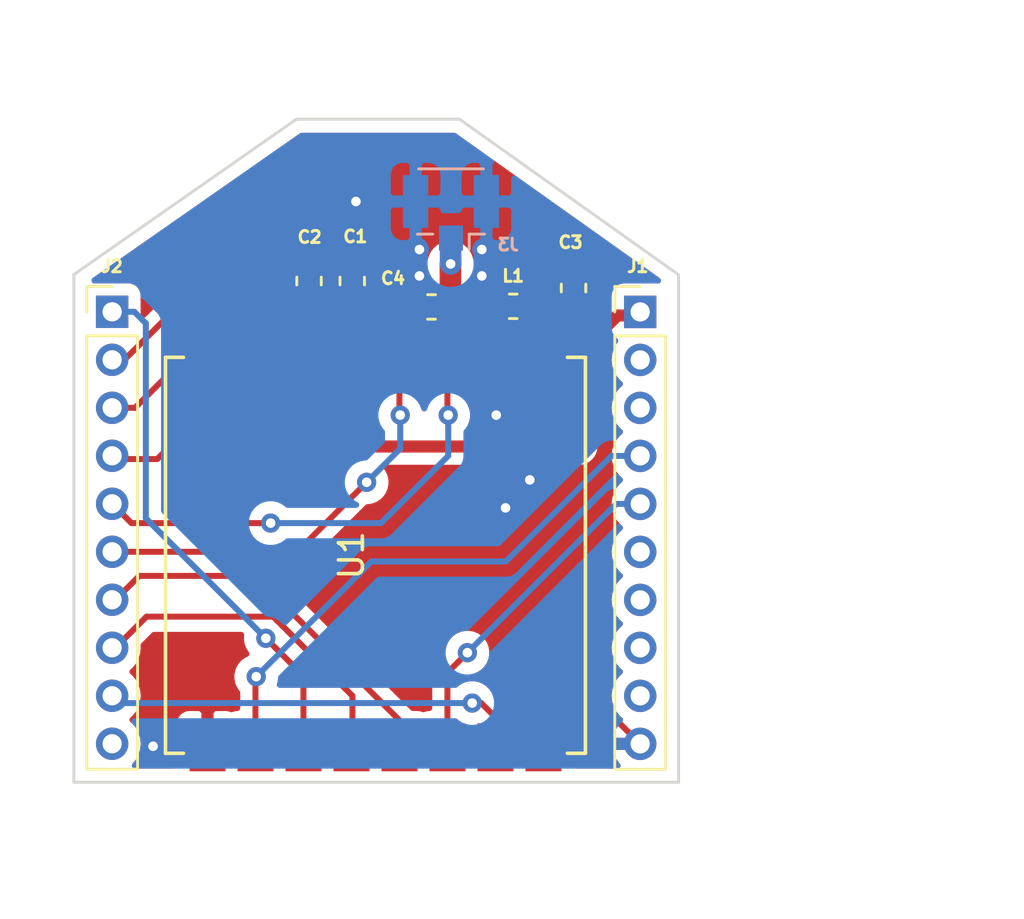
<source format=kicad_pcb>
(kicad_pcb (version 20171130) (host pcbnew 5.1.1-8be2ce7~80~ubuntu18.04.1)

  (general
    (thickness 1.6)
    (drawings 11)
    (tracks 111)
    (zones 0)
    (modules 9)
    (nets 23)
  )

  (page A4)
  (layers
    (0 F.Cu signal)
    (31 B.Cu signal)
    (32 B.Adhes user)
    (33 F.Adhes user)
    (34 B.Paste user)
    (35 F.Paste user)
    (36 B.SilkS user)
    (37 F.SilkS user)
    (38 B.Mask user)
    (39 F.Mask user)
    (40 Dwgs.User user)
    (41 Cmts.User user)
    (42 Eco1.User user)
    (43 Eco2.User user)
    (44 Edge.Cuts user)
    (45 Margin user)
    (46 B.CrtYd user)
    (47 F.CrtYd user)
    (48 B.Fab user)
    (49 F.Fab user)
  )

  (setup
    (last_trace_width 0.25)
    (user_trace_width 0.508)
    (user_trace_width 0.9)
    (trace_clearance 0.2)
    (zone_clearance 0.508)
    (zone_45_only no)
    (trace_min 0.2)
    (via_size 0.8)
    (via_drill 0.4)
    (via_min_size 0.4)
    (via_min_drill 0.3)
    (uvia_size 0.3)
    (uvia_drill 0.1)
    (uvias_allowed no)
    (uvia_min_size 0.2)
    (uvia_min_drill 0.1)
    (edge_width 0.12)
    (segment_width 0.12)
    (pcb_text_width 0.3)
    (pcb_text_size 1.5 1.5)
    (mod_edge_width 0.12)
    (mod_text_size 1 1)
    (mod_text_width 0.15)
    (pad_size 1.524 1.524)
    (pad_drill 0.762)
    (pad_to_mask_clearance 0.051)
    (solder_mask_min_width 0.25)
    (aux_axis_origin 0 0)
    (visible_elements FFFFFF7F)
    (pcbplotparams
      (layerselection 0x010fc_ffffffff)
      (usegerberextensions false)
      (usegerberattributes false)
      (usegerberadvancedattributes false)
      (creategerberjobfile false)
      (excludeedgelayer true)
      (linewidth 0.100000)
      (plotframeref false)
      (viasonmask false)
      (mode 1)
      (useauxorigin false)
      (hpglpennumber 1)
      (hpglpenspeed 20)
      (hpglpendiameter 15.000000)
      (psnegative false)
      (psa4output false)
      (plotreference true)
      (plotvalue true)
      (plotinvisibletext false)
      (padsonsilk false)
      (subtractmaskfromsilk false)
      (outputformat 1)
      (mirror false)
      (drillshape 1)
      (scaleselection 1)
      (outputdirectory ""))
  )

  (net 0 "")
  (net 1 GND)
  (net 2 +3V3)
  (net 3 "Net-(C3-Pad1)")
  (net 4 "Net-(C4-Pad1)")
  (net 5 "Net-(J1-Pad9)")
  (net 6 "Net-(J1-Pad8)")
  (net 7 "Net-(J1-Pad7)")
  (net 8 "Net-(J1-Pad6)")
  (net 9 /RESET)
  (net 10 /D08)
  (net 11 "Net-(J1-Pad3)")
  (net 12 "Net-(J1-Pad2)")
  (net 13 "Net-(J2-Pad10)")
  (net 14 /ADI-DI0I)
  (net 15 /AD2-DI02)
  (net 16 /AD3-DI03)
  (net 17 /AD6-DI06)
  (net 18 /AD5-DI05)
  (net 19 /Vref)
  (net 20 /ON-Sleep)
  (net 21 /D07-CTS)
  (net 22 /D104)

  (net_class Default "This is the default net class."
    (clearance 0.2)
    (trace_width 0.25)
    (via_dia 0.8)
    (via_drill 0.4)
    (uvia_dia 0.3)
    (uvia_drill 0.1)
    (add_net +3V3)
    (add_net /AD2-DI02)
    (add_net /AD3-DI03)
    (add_net /AD5-DI05)
    (add_net /AD6-DI06)
    (add_net /ADI-DI0I)
    (add_net /D07-CTS)
    (add_net /D08)
    (add_net /D104)
    (add_net /ON-Sleep)
    (add_net /RESET)
    (add_net /Vref)
    (add_net GND)
    (add_net "Net-(C3-Pad1)")
    (add_net "Net-(C4-Pad1)")
    (add_net "Net-(J1-Pad2)")
    (add_net "Net-(J1-Pad3)")
    (add_net "Net-(J1-Pad6)")
    (add_net "Net-(J1-Pad7)")
    (add_net "Net-(J1-Pad8)")
    (add_net "Net-(J1-Pad9)")
    (add_net "Net-(J2-Pad10)")
  )

  (module Capacitor_SMD:C_0603_1608Metric (layer F.Cu) (tedit 5B301BBE) (tstamp 5CE728AE)
    (at 119.2 92.1125 90)
    (descr "Capacitor SMD 0603 (1608 Metric), square (rectangular) end terminal, IPC_7351 nominal, (Body size source: http://www.tortai-tech.com/upload/download/2011102023233369053.pdf), generated with kicad-footprint-generator")
    (tags capacitor)
    (path /5CE68235)
    (attr smd)
    (fp_text reference C1 (at 1.8559 0.1282 180) (layer F.SilkS)
      (effects (font (size 0.5 0.5) (thickness 0.125)))
    )
    (fp_text value 10uF (at 0 1.43 90) (layer F.Fab)
      (effects (font (size 1 1) (thickness 0.15)))
    )
    (fp_text user %R (at 0 0 90) (layer F.Fab)
      (effects (font (size 0.4 0.4) (thickness 0.06)))
    )
    (fp_line (start 1.48 0.73) (end -1.48 0.73) (layer F.CrtYd) (width 0.05))
    (fp_line (start 1.48 -0.73) (end 1.48 0.73) (layer F.CrtYd) (width 0.05))
    (fp_line (start -1.48 -0.73) (end 1.48 -0.73) (layer F.CrtYd) (width 0.05))
    (fp_line (start -1.48 0.73) (end -1.48 -0.73) (layer F.CrtYd) (width 0.05))
    (fp_line (start -0.162779 0.51) (end 0.162779 0.51) (layer F.SilkS) (width 0.12))
    (fp_line (start -0.162779 -0.51) (end 0.162779 -0.51) (layer F.SilkS) (width 0.12))
    (fp_line (start 0.8 0.4) (end -0.8 0.4) (layer F.Fab) (width 0.1))
    (fp_line (start 0.8 -0.4) (end 0.8 0.4) (layer F.Fab) (width 0.1))
    (fp_line (start -0.8 -0.4) (end 0.8 -0.4) (layer F.Fab) (width 0.1))
    (fp_line (start -0.8 0.4) (end -0.8 -0.4) (layer F.Fab) (width 0.1))
    (pad 2 smd roundrect (at 0.7875 0 90) (size 0.875 0.95) (layers F.Cu F.Paste F.Mask) (roundrect_rratio 0.25)
      (net 1 GND))
    (pad 1 smd roundrect (at -0.7875 0 90) (size 0.875 0.95) (layers F.Cu F.Paste F.Mask) (roundrect_rratio 0.25)
      (net 2 +3V3))
    (model ${KISYS3DMOD}/Capacitor_SMD.3dshapes/C_0603_1608Metric.wrl
      (at (xyz 0 0 0))
      (scale (xyz 1 1 1))
      (rotate (xyz 0 0 0))
    )
  )

  (module RF_Module:Ai-Thinker-Ra-01-LoRa (layer F.Cu) (tedit 5A57D4D7) (tstamp 5CE7297E)
    (at 120.1674 103.5431 90)
    (descr "Ai Thinker Ra-01 LoRa")
    (tags "LoRa Ra-01")
    (path /5CE67043)
    (attr smd)
    (fp_text reference U1 (at 0 -1 90) (layer F.SilkS)
      (effects (font (size 1 1) (thickness 0.15)))
    )
    (fp_text value RFM95W-915S2 (at -0.6223 14.0208 90) (layer F.Fab)
      (effects (font (size 1 1) (thickness 0.15)))
    )
    (fp_line (start -9.25 -9) (end 9.25 -9) (layer F.CrtYd) (width 0.05))
    (fp_line (start 9.25 -9) (end 9.25 9) (layer F.CrtYd) (width 0.05))
    (fp_line (start 9.25 9) (end -9.25 9) (layer F.CrtYd) (width 0.05))
    (fp_line (start -9.25 9) (end -9.25 -9) (layer F.CrtYd) (width 0.05))
    (fp_text user %R (at 0 1 90) (layer F.Fab)
      (effects (font (size 1 1) (thickness 0.15)))
    )
    (fp_line (start -8.25 8) (end -8.25 8.75) (layer F.SilkS) (width 0.15))
    (fp_line (start -8.25 8.75) (end 8.25 8.75) (layer F.SilkS) (width 0.15))
    (fp_line (start 8.25 8.75) (end 8.25 8) (layer F.SilkS) (width 0.15))
    (fp_line (start -8.25 -8) (end -8.25 -8.75) (layer F.SilkS) (width 0.15))
    (fp_line (start -8.25 -8.75) (end 8.25 -8.75) (layer F.SilkS) (width 0.15))
    (fp_line (start 8.25 -8.75) (end 8.25 -8) (layer F.SilkS) (width 0.15))
    (fp_line (start -8 -8.5) (end 8 -8.5) (layer F.Fab) (width 0.15))
    (fp_line (start 8 -8.5) (end 8 8.5) (layer F.Fab) (width 0.15))
    (fp_line (start 8 8.5) (end -8 8.5) (layer F.Fab) (width 0.15))
    (fp_line (start -8 8.5) (end -8 -8.5) (layer F.Fab) (width 0.15))
    (pad 1 smd rect (at -8 -7 90) (size 2 1.5) (layers F.Cu F.Paste F.Mask)
      (net 1 GND))
    (pad 2 smd rect (at -8 -5 90) (size 2 1.5) (layers F.Cu F.Paste F.Mask)
      (net 10 /D08))
    (pad 3 smd rect (at -8 -3 90) (size 2 1.5) (layers F.Cu F.Paste F.Mask)
      (net 22 /D104))
    (pad 4 smd rect (at -8 -1 90) (size 2 1.5) (layers F.Cu F.Paste F.Mask)
      (net 15 /AD2-DI02))
    (pad 5 smd rect (at -8 1 90) (size 2 1.5) (layers F.Cu F.Paste F.Mask)
      (net 16 /AD3-DI03))
    (pad 6 smd rect (at -8 3 90) (size 2 1.5) (layers F.Cu F.Paste F.Mask)
      (net 9 /RESET))
    (pad 7 smd rect (at -8 5 90) (size 2 1.5) (layers F.Cu F.Paste F.Mask)
      (net 14 /ADI-DI0I))
    (pad 8 smd rect (at -8 7 90) (size 2 1.5) (layers F.Cu F.Paste F.Mask)
      (net 1 GND))
    (pad 9 smd rect (at 8 7 90) (size 2 1.5) (layers F.Cu F.Paste F.Mask)
      (net 3 "Net-(C3-Pad1)"))
    (pad 10 smd rect (at 8 5 90) (size 2 1.5) (layers F.Cu F.Paste F.Mask)
      (net 1 GND))
    (pad 11 smd rect (at 8 3 90) (size 2 1.5) (layers F.Cu F.Paste F.Mask)
      (net 18 /AD5-DI05))
    (pad 12 smd rect (at 8 1 90) (size 2 1.5) (layers F.Cu F.Paste F.Mask)
      (net 17 /AD6-DI06))
    (pad 13 smd rect (at 8 -1 90) (size 2 1.5) (layers F.Cu F.Paste F.Mask)
      (net 2 +3V3))
    (pad 14 smd rect (at 8 -3 90) (size 2 1.5) (layers F.Cu F.Paste F.Mask)
      (net 21 /D07-CTS))
    (pad 15 smd rect (at 8 -5 90) (size 2 1.5) (layers F.Cu F.Paste F.Mask)
      (net 20 /ON-Sleep))
    (pad 16 smd rect (at 8 -7 90) (size 2 1.5) (layers F.Cu F.Paste F.Mask)
      (net 19 /Vref))
    (model ${KISYS3DMOD}/RF_Module.3dshapes/Ai-Thinker-Ra-01-LoRa.wrl
      (at (xyz 0 0 0))
      (scale (xyz 1 1 1))
      (rotate (xyz 0 0 0))
    )
  )

  (module Inductor_SMD:L_0603_1608Metric (layer F.Cu) (tedit 5B301BBE) (tstamp 5CE7295B)
    (at 125.9079 93.1672 180)
    (descr "Inductor SMD 0603 (1608 Metric), square (rectangular) end terminal, IPC_7351 nominal, (Body size source: http://www.tortai-tech.com/upload/download/2011102023233369053.pdf), generated with kicad-footprint-generator")
    (tags inductor)
    (path /5CE6A49B)
    (attr smd)
    (fp_text reference L1 (at 0 1.2672) (layer F.SilkS)
      (effects (font (size 0.5 0.5) (thickness 0.125)))
    )
    (fp_text value OR (at 0 1.43) (layer F.Fab)
      (effects (font (size 1 1) (thickness 0.15)))
    )
    (fp_text user %R (at 0 0) (layer F.Fab)
      (effects (font (size 0.4 0.4) (thickness 0.06)))
    )
    (fp_line (start 1.48 0.73) (end -1.48 0.73) (layer F.CrtYd) (width 0.05))
    (fp_line (start 1.48 -0.73) (end 1.48 0.73) (layer F.CrtYd) (width 0.05))
    (fp_line (start -1.48 -0.73) (end 1.48 -0.73) (layer F.CrtYd) (width 0.05))
    (fp_line (start -1.48 0.73) (end -1.48 -0.73) (layer F.CrtYd) (width 0.05))
    (fp_line (start -0.162779 0.51) (end 0.162779 0.51) (layer F.SilkS) (width 0.12))
    (fp_line (start -0.162779 -0.51) (end 0.162779 -0.51) (layer F.SilkS) (width 0.12))
    (fp_line (start 0.8 0.4) (end -0.8 0.4) (layer F.Fab) (width 0.1))
    (fp_line (start 0.8 -0.4) (end 0.8 0.4) (layer F.Fab) (width 0.1))
    (fp_line (start -0.8 -0.4) (end 0.8 -0.4) (layer F.Fab) (width 0.1))
    (fp_line (start -0.8 0.4) (end -0.8 -0.4) (layer F.Fab) (width 0.1))
    (pad 2 smd roundrect (at 0.7875 0 180) (size 0.875 0.95) (layers F.Cu F.Paste F.Mask) (roundrect_rratio 0.25)
      (net 4 "Net-(C4-Pad1)"))
    (pad 1 smd roundrect (at -0.7875 0 180) (size 0.875 0.95) (layers F.Cu F.Paste F.Mask) (roundrect_rratio 0.25)
      (net 3 "Net-(C3-Pad1)"))
    (model ${KISYS3DMOD}/Inductor_SMD.3dshapes/L_0603_1608Metric.wrl
      (at (xyz 0 0 0))
      (scale (xyz 1 1 1))
      (rotate (xyz 0 0 0))
    )
  )

  (module Connector_Coaxial:U.FL_Hirose_U.FL-R-SMT-1_Vertical (layer B.Cu) (tedit 5A1DBFC3) (tstamp 5CE7294A)
    (at 123.3152 89.2734 90)
    (descr "Hirose U.FL Coaxial https://www.hirose.com/product/en/products/U.FL/U.FL-R-SMT-1%2810%29/")
    (tags "Hirose U.FL Coaxial")
    (path /5CF2A721)
    (attr smd)
    (fp_text reference J3 (at -1.3266 2.3848) (layer B.SilkS)
      (effects (font (size 0.5 0.5) (thickness 0.125)) (justify mirror))
    )
    (fp_text value u.FL (at 0.475 -3.2 270) (layer B.Fab)
      (effects (font (size 1 1) (thickness 0.15)) (justify mirror))
    )
    (fp_line (start -1.32 1) (end -2.02 1) (layer B.CrtYd) (width 0.05))
    (fp_line (start -1.32 -1.8) (end -1.32 -1) (layer B.CrtYd) (width 0.05))
    (fp_line (start -1.32 1.8) (end -1.12 1.8) (layer B.CrtYd) (width 0.05))
    (fp_line (start -1.12 1.8) (end -1.12 2.5) (layer B.CrtYd) (width 0.05))
    (fp_line (start 2.08 2.5) (end -1.12 2.5) (layer B.CrtYd) (width 0.05))
    (fp_line (start -1.32 1) (end -1.32 1.8) (layer B.CrtYd) (width 0.05))
    (fp_line (start 2.08 1.8) (end 2.08 2.5) (layer B.CrtYd) (width 0.05))
    (fp_line (start 2.08 1.8) (end 2.28 1.8) (layer B.CrtYd) (width 0.05))
    (fp_line (start -0.885 1.4) (end -0.885 0.76) (layer B.SilkS) (width 0.12))
    (fp_line (start -0.425 -1.5) (end -0.425 -1.3) (layer B.Fab) (width 0.1))
    (fp_line (start -0.425 -1.3) (end -0.825 -1.3) (layer B.Fab) (width 0.1))
    (fp_line (start -0.825 -0.3) (end -0.825 -1.3) (layer B.Fab) (width 0.1))
    (fp_line (start -1.075 -0.3) (end -0.825 -0.3) (layer B.Fab) (width 0.1))
    (fp_line (start -1.075 -0.3) (end -1.075 0.15) (layer B.Fab) (width 0.1))
    (fp_line (start -0.925 0.3) (end -0.825 0.3) (layer B.Fab) (width 0.1))
    (fp_line (start -0.825 0.3) (end -0.825 1.3) (layer B.Fab) (width 0.1))
    (fp_line (start -0.425 1.5) (end -0.425 1.3) (layer B.Fab) (width 0.1))
    (fp_line (start -0.425 1.3) (end -0.825 1.3) (layer B.Fab) (width 0.1))
    (fp_line (start -0.425 -1.5) (end 1.375 -1.5) (layer B.Fab) (width 0.1))
    (fp_line (start 1.375 -1.5) (end 1.375 -1.3) (layer B.Fab) (width 0.1))
    (fp_line (start 1.775 -1.3) (end 1.375 -1.3) (layer B.Fab) (width 0.1))
    (fp_line (start 1.775 1.3) (end 1.775 -1.3) (layer B.Fab) (width 0.1))
    (fp_line (start -0.425 1.5) (end 1.375 1.5) (layer B.Fab) (width 0.1))
    (fp_line (start 1.375 1.5) (end 1.375 1.3) (layer B.Fab) (width 0.1))
    (fp_line (start 1.775 1.3) (end 1.375 1.3) (layer B.Fab) (width 0.1))
    (fp_line (start -0.925 0.3) (end -1.075 0.15) (layer B.Fab) (width 0.1))
    (fp_line (start -0.885 -1.4) (end -0.885 -0.76) (layer B.SilkS) (width 0.12))
    (fp_line (start -0.885 0.76) (end -1.515 0.76) (layer B.SilkS) (width 0.12))
    (fp_line (start 1.835 1.35) (end 1.835 -1.35) (layer B.SilkS) (width 0.12))
    (fp_line (start 2.08 -2.5) (end -1.12 -2.5) (layer B.CrtYd) (width 0.05))
    (fp_line (start -1.12 -2.5) (end -1.12 -1.8) (layer B.CrtYd) (width 0.05))
    (fp_line (start -1.32 -1.8) (end -1.12 -1.8) (layer B.CrtYd) (width 0.05))
    (fp_line (start 2.28 -1.8) (end 2.28 1.8) (layer B.CrtYd) (width 0.05))
    (fp_line (start 2.08 -2.5) (end 2.08 -1.8) (layer B.CrtYd) (width 0.05))
    (fp_line (start 2.08 -1.8) (end 2.28 -1.8) (layer B.CrtYd) (width 0.05))
    (fp_line (start -1.32 -1) (end -2.02 -1) (layer B.CrtYd) (width 0.05))
    (fp_line (start -2.02 -1) (end -2.02 1) (layer B.CrtYd) (width 0.05))
    (fp_text user %R (at 0.475 0) (layer B.Fab)
      (effects (font (size 0.6 0.6) (thickness 0.09)) (justify mirror))
    )
    (pad 2 smd rect (at 0.475 1.475 90) (size 2.2 1.05) (layers B.Cu B.Paste B.Mask)
      (net 1 GND))
    (pad 1 smd rect (at -1.05 0 90) (size 1.05 1) (layers B.Cu B.Paste B.Mask)
      (net 4 "Net-(C4-Pad1)"))
    (pad 2 smd rect (at 0.475 -1.475 90) (size 2.2 1.05) (layers B.Cu B.Paste B.Mask)
      (net 1 GND))
    (model ${KISYS3DMOD}/Connector_Coaxial.3dshapes/U.FL_Hirose_U.FL-R-SMT-1_Vertical.wrl
      (offset (xyz 0.4749999928262157 0 0))
      (scale (xyz 1 1 1))
      (rotate (xyz 0 0 0))
    )
  )

  (module Connector_PinHeader_2.00mm:PinHeader_1x10_P2.00mm_Vertical (layer F.Cu) (tedit 59FED667) (tstamp 5CE7291D)
    (at 109.1946 93.3958)
    (descr "Through hole straight pin header, 1x10, 2.00mm pitch, single row")
    (tags "Through hole pin header THT 1x10 2.00mm single row")
    (path /5CEAD8D9)
    (fp_text reference J2 (at 0 -1.8958) (layer F.SilkS)
      (effects (font (size 0.5 0.5) (thickness 0.125)))
    )
    (fp_text value Conn_01x10 (at 0 20.06) (layer F.Fab)
      (effects (font (size 1 1) (thickness 0.15)))
    )
    (fp_text user %R (at -0.381 7.7978 90) (layer F.Fab)
      (effects (font (size 1 1) (thickness 0.15)))
    )
    (fp_line (start 1.5 -1.5) (end -1.5 -1.5) (layer F.CrtYd) (width 0.05))
    (fp_line (start 1.5 19.5) (end 1.5 -1.5) (layer F.CrtYd) (width 0.05))
    (fp_line (start -1.5 19.5) (end 1.5 19.5) (layer F.CrtYd) (width 0.05))
    (fp_line (start -1.5 -1.5) (end -1.5 19.5) (layer F.CrtYd) (width 0.05))
    (fp_line (start -1.06 -1.06) (end 0 -1.06) (layer F.SilkS) (width 0.12))
    (fp_line (start -1.06 0) (end -1.06 -1.06) (layer F.SilkS) (width 0.12))
    (fp_line (start -1.06 1) (end 1.06 1) (layer F.SilkS) (width 0.12))
    (fp_line (start 1.06 1) (end 1.06 19.06) (layer F.SilkS) (width 0.12))
    (fp_line (start -1.06 1) (end -1.06 19.06) (layer F.SilkS) (width 0.12))
    (fp_line (start -1.06 19.06) (end 1.06 19.06) (layer F.SilkS) (width 0.12))
    (fp_line (start -1 -0.5) (end -0.5 -1) (layer F.Fab) (width 0.1))
    (fp_line (start -1 19) (end -1 -0.5) (layer F.Fab) (width 0.1))
    (fp_line (start 1 19) (end -1 19) (layer F.Fab) (width 0.1))
    (fp_line (start 1 -1) (end 1 19) (layer F.Fab) (width 0.1))
    (fp_line (start -0.5 -1) (end 1 -1) (layer F.Fab) (width 0.1))
    (pad 10 thru_hole oval (at 0 18) (size 1.35 1.35) (drill 0.8) (layers *.Cu *.Mask)
      (net 13 "Net-(J2-Pad10)"))
    (pad 9 thru_hole oval (at 0 16) (size 1.35 1.35) (drill 0.8) (layers *.Cu *.Mask)
      (net 14 /ADI-DI0I))
    (pad 8 thru_hole oval (at 0 14) (size 1.35 1.35) (drill 0.8) (layers *.Cu *.Mask)
      (net 15 /AD2-DI02))
    (pad 7 thru_hole oval (at 0 12) (size 1.35 1.35) (drill 0.8) (layers *.Cu *.Mask)
      (net 16 /AD3-DI03))
    (pad 6 thru_hole oval (at 0 10) (size 1.35 1.35) (drill 0.8) (layers *.Cu *.Mask)
      (net 17 /AD6-DI06))
    (pad 5 thru_hole oval (at 0 8) (size 1.35 1.35) (drill 0.8) (layers *.Cu *.Mask)
      (net 18 /AD5-DI05))
    (pad 4 thru_hole oval (at 0 6) (size 1.35 1.35) (drill 0.8) (layers *.Cu *.Mask)
      (net 19 /Vref))
    (pad 3 thru_hole oval (at 0 4) (size 1.35 1.35) (drill 0.8) (layers *.Cu *.Mask)
      (net 20 /ON-Sleep))
    (pad 2 thru_hole oval (at 0 2) (size 1.35 1.35) (drill 0.8) (layers *.Cu *.Mask)
      (net 21 /D07-CTS))
    (pad 1 thru_hole rect (at 0 0) (size 1.35 1.35) (drill 0.8) (layers *.Cu *.Mask)
      (net 22 /D104))
    (model ${KISYS3DMOD}/Connector_PinHeader_2.00mm.3dshapes/PinHeader_1x10_P2.00mm_Vertical.wrl
      (at (xyz 0 0 0))
      (scale (xyz 1 1 1))
      (rotate (xyz 0 0 0))
    )
  )

  (module Connector_PinHeader_2.00mm:PinHeader_1x10_P2.00mm_Vertical (layer F.Cu) (tedit 59FED667) (tstamp 5CE728FF)
    (at 131.2 93.4)
    (descr "Through hole straight pin header, 1x10, 2.00mm pitch, single row")
    (tags "Through hole pin header THT 1x10 2.00mm single row")
    (path /5CEA94F6)
    (fp_text reference J1 (at -0.1 -1.9) (layer F.SilkS)
      (effects (font (size 0.5 0.5) (thickness 0.125)))
    )
    (fp_text value Conn_01x10 (at -0.76592 20.12008 180) (layer F.Fab)
      (effects (font (size 1 1) (thickness 0.15)))
    )
    (fp_text user %R (at -0.39 0.3006 90) (layer F.Fab)
      (effects (font (size 1 1) (thickness 0.15)))
    )
    (fp_line (start 1.5 -1.5) (end -1.5 -1.5) (layer F.CrtYd) (width 0.05))
    (fp_line (start 1.5 19.5) (end 1.5 -1.5) (layer F.CrtYd) (width 0.05))
    (fp_line (start -1.5 19.5) (end 1.5 19.5) (layer F.CrtYd) (width 0.05))
    (fp_line (start -1.5 -1.5) (end -1.5 19.5) (layer F.CrtYd) (width 0.05))
    (fp_line (start -1.06 -1.06) (end 0 -1.06) (layer F.SilkS) (width 0.12))
    (fp_line (start -1.06 0) (end -1.06 -1.06) (layer F.SilkS) (width 0.12))
    (fp_line (start -1.06 1) (end 1.06 1) (layer F.SilkS) (width 0.12))
    (fp_line (start 1.06 1) (end 1.06 19.06) (layer F.SilkS) (width 0.12))
    (fp_line (start -1.06 1) (end -1.06 19.06) (layer F.SilkS) (width 0.12))
    (fp_line (start -1.06 19.06) (end 1.06 19.06) (layer F.SilkS) (width 0.12))
    (fp_line (start -1 -0.5) (end -0.5 -1) (layer F.Fab) (width 0.1))
    (fp_line (start -1 19) (end -1 -0.5) (layer F.Fab) (width 0.1))
    (fp_line (start 1 19) (end -1 19) (layer F.Fab) (width 0.1))
    (fp_line (start 1 -1) (end 1 19) (layer F.Fab) (width 0.1))
    (fp_line (start -0.5 -1) (end 1 -1) (layer F.Fab) (width 0.1))
    (pad 10 thru_hole oval (at 0 18) (size 1.35 1.35) (drill 0.8) (layers *.Cu *.Mask)
      (net 1 GND))
    (pad 9 thru_hole oval (at 0 16) (size 1.35 1.35) (drill 0.8) (layers *.Cu *.Mask)
      (net 5 "Net-(J1-Pad9)"))
    (pad 8 thru_hole oval (at 0 14) (size 1.35 1.35) (drill 0.8) (layers *.Cu *.Mask)
      (net 6 "Net-(J1-Pad8)"))
    (pad 7 thru_hole oval (at 0 12) (size 1.35 1.35) (drill 0.8) (layers *.Cu *.Mask)
      (net 7 "Net-(J1-Pad7)"))
    (pad 6 thru_hole oval (at 0 10) (size 1.35 1.35) (drill 0.8) (layers *.Cu *.Mask)
      (net 8 "Net-(J1-Pad6)"))
    (pad 5 thru_hole oval (at 0 8) (size 1.35 1.35) (drill 0.8) (layers *.Cu *.Mask)
      (net 9 /RESET))
    (pad 4 thru_hole oval (at 0 6) (size 1.35 1.35) (drill 0.8) (layers *.Cu *.Mask)
      (net 10 /D08))
    (pad 3 thru_hole oval (at 0 4) (size 1.35 1.35) (drill 0.8) (layers *.Cu *.Mask)
      (net 11 "Net-(J1-Pad3)"))
    (pad 2 thru_hole oval (at 0 2) (size 1.35 1.35) (drill 0.8) (layers *.Cu *.Mask)
      (net 12 "Net-(J1-Pad2)"))
    (pad 1 thru_hole rect (at 0 0) (size 1.35 1.35) (drill 0.8) (layers *.Cu *.Mask)
      (net 2 +3V3))
    (model ${KISYS3DMOD}/Connector_PinHeader_2.00mm.3dshapes/PinHeader_1x10_P2.00mm_Vertical.wrl
      (at (xyz 0 0 0))
      (scale (xyz 1 1 1))
      (rotate (xyz 0 0 0))
    )
  )

  (module Capacitor_SMD:C_0603_1608Metric (layer F.Cu) (tedit 5B301BBE) (tstamp 5CE728E1)
    (at 122.5041 93.1926 180)
    (descr "Capacitor SMD 0603 (1608 Metric), square (rectangular) end terminal, IPC_7351 nominal, (Body size source: http://www.tortai-tech.com/upload/download/2011102023233369053.pdf), generated with kicad-footprint-generator")
    (tags capacitor)
    (path /5CE6D68B)
    (attr smd)
    (fp_text reference C4 (at 1.6041 1.1926) (layer F.SilkS)
      (effects (font (size 0.5 0.5) (thickness 0.125)))
    )
    (fp_text value NP (at 0 1.43) (layer F.Fab)
      (effects (font (size 1 1) (thickness 0.15)))
    )
    (fp_text user %R (at 0 0) (layer F.Fab)
      (effects (font (size 0.4 0.4) (thickness 0.06)))
    )
    (fp_line (start 1.48 0.73) (end -1.48 0.73) (layer F.CrtYd) (width 0.05))
    (fp_line (start 1.48 -0.73) (end 1.48 0.73) (layer F.CrtYd) (width 0.05))
    (fp_line (start -1.48 -0.73) (end 1.48 -0.73) (layer F.CrtYd) (width 0.05))
    (fp_line (start -1.48 0.73) (end -1.48 -0.73) (layer F.CrtYd) (width 0.05))
    (fp_line (start -0.162779 0.51) (end 0.162779 0.51) (layer F.SilkS) (width 0.12))
    (fp_line (start -0.162779 -0.51) (end 0.162779 -0.51) (layer F.SilkS) (width 0.12))
    (fp_line (start 0.8 0.4) (end -0.8 0.4) (layer F.Fab) (width 0.1))
    (fp_line (start 0.8 -0.4) (end 0.8 0.4) (layer F.Fab) (width 0.1))
    (fp_line (start -0.8 -0.4) (end 0.8 -0.4) (layer F.Fab) (width 0.1))
    (fp_line (start -0.8 0.4) (end -0.8 -0.4) (layer F.Fab) (width 0.1))
    (pad 2 smd roundrect (at 0.7875 0 180) (size 0.875 0.95) (layers F.Cu F.Paste F.Mask) (roundrect_rratio 0.25)
      (net 1 GND))
    (pad 1 smd roundrect (at -0.7875 0 180) (size 0.875 0.95) (layers F.Cu F.Paste F.Mask) (roundrect_rratio 0.25)
      (net 4 "Net-(C4-Pad1)"))
    (model ${KISYS3DMOD}/Capacitor_SMD.3dshapes/C_0603_1608Metric.wrl
      (at (xyz 0 0 0))
      (scale (xyz 1 1 1))
      (rotate (xyz 0 0 0))
    )
  )

  (module Capacitor_SMD:C_0603_1608Metric (layer F.Cu) (tedit 5B301BBE) (tstamp 5CE728D0)
    (at 128.4224 92.4052 90)
    (descr "Capacitor SMD 0603 (1608 Metric), square (rectangular) end terminal, IPC_7351 nominal, (Body size source: http://www.tortai-tech.com/upload/download/2011102023233369053.pdf), generated with kicad-footprint-generator")
    (tags capacitor)
    (path /5CE6D21A)
    (attr smd)
    (fp_text reference C3 (at 1.9052 -0.1224 180) (layer F.SilkS)
      (effects (font (size 0.5 0.5) (thickness 0.125)))
    )
    (fp_text value NP (at 0 1.43 90) (layer F.Fab)
      (effects (font (size 1 1) (thickness 0.15)))
    )
    (fp_text user %R (at 0 -0.155001 90) (layer F.Fab)
      (effects (font (size 0.4 0.4) (thickness 0.06)))
    )
    (fp_line (start 1.48 0.73) (end -1.48 0.73) (layer F.CrtYd) (width 0.05))
    (fp_line (start 1.48 -0.73) (end 1.48 0.73) (layer F.CrtYd) (width 0.05))
    (fp_line (start -1.48 -0.73) (end 1.48 -0.73) (layer F.CrtYd) (width 0.05))
    (fp_line (start -1.48 0.73) (end -1.48 -0.73) (layer F.CrtYd) (width 0.05))
    (fp_line (start -0.162779 0.51) (end 0.162779 0.51) (layer F.SilkS) (width 0.12))
    (fp_line (start -0.162779 -0.51) (end 0.162779 -0.51) (layer F.SilkS) (width 0.12))
    (fp_line (start 0.8 0.4) (end -0.8 0.4) (layer F.Fab) (width 0.1))
    (fp_line (start 0.8 -0.4) (end 0.8 0.4) (layer F.Fab) (width 0.1))
    (fp_line (start -0.8 -0.4) (end 0.8 -0.4) (layer F.Fab) (width 0.1))
    (fp_line (start -0.8 0.4) (end -0.8 -0.4) (layer F.Fab) (width 0.1))
    (pad 2 smd roundrect (at 0.7875 0 90) (size 0.875 0.95) (layers F.Cu F.Paste F.Mask) (roundrect_rratio 0.25)
      (net 1 GND))
    (pad 1 smd roundrect (at -0.7875 0 90) (size 0.875 0.95) (layers F.Cu F.Paste F.Mask) (roundrect_rratio 0.25)
      (net 3 "Net-(C3-Pad1)"))
    (model ${KISYS3DMOD}/Capacitor_SMD.3dshapes/C_0603_1608Metric.wrl
      (at (xyz 0 0 0))
      (scale (xyz 1 1 1))
      (rotate (xyz 0 0 0))
    )
  )

  (module Capacitor_SMD:C_0603_1608Metric (layer F.Cu) (tedit 5B301BBE) (tstamp 5CE728BF)
    (at 117.4 92.1125 90)
    (descr "Capacitor SMD 0603 (1608 Metric), square (rectangular) end terminal, IPC_7351 nominal, (Body size source: http://www.tortai-tech.com/upload/download/2011102023233369053.pdf), generated with kicad-footprint-generator")
    (tags capacitor)
    (path /5CE68BD7)
    (attr smd)
    (fp_text reference C2 (at 1.8306 0.0254) (layer F.SilkS)
      (effects (font (size 0.5 0.5) (thickness 0.125)))
    )
    (fp_text value 0.1uF (at 0.3125 -1.6 90) (layer F.Fab)
      (effects (font (size 1 1) (thickness 0.15)))
    )
    (fp_text user %R (at 0 0 90) (layer F.Fab)
      (effects (font (size 0.4 0.4) (thickness 0.06)))
    )
    (fp_line (start 1.48 0.73) (end -1.48 0.73) (layer F.CrtYd) (width 0.05))
    (fp_line (start 1.48 -0.73) (end 1.48 0.73) (layer F.CrtYd) (width 0.05))
    (fp_line (start -1.48 -0.73) (end 1.48 -0.73) (layer F.CrtYd) (width 0.05))
    (fp_line (start -1.48 0.73) (end -1.48 -0.73) (layer F.CrtYd) (width 0.05))
    (fp_line (start -0.162779 0.51) (end 0.162779 0.51) (layer F.SilkS) (width 0.12))
    (fp_line (start -0.162779 -0.51) (end 0.162779 -0.51) (layer F.SilkS) (width 0.12))
    (fp_line (start 0.8 0.4) (end -0.8 0.4) (layer F.Fab) (width 0.1))
    (fp_line (start 0.8 -0.4) (end 0.8 0.4) (layer F.Fab) (width 0.1))
    (fp_line (start -0.8 -0.4) (end 0.8 -0.4) (layer F.Fab) (width 0.1))
    (fp_line (start -0.8 0.4) (end -0.8 -0.4) (layer F.Fab) (width 0.1))
    (pad 2 smd roundrect (at 0.7875 0 90) (size 0.875 0.95) (layers F.Cu F.Paste F.Mask) (roundrect_rratio 0.25)
      (net 1 GND))
    (pad 1 smd roundrect (at -0.7875 0 90) (size 0.875 0.95) (layers F.Cu F.Paste F.Mask) (roundrect_rratio 0.25)
      (net 2 +3V3))
    (model ${KISYS3DMOD}/Capacitor_SMD.3dshapes/C_0603_1608Metric.wrl
      (at (xyz 0 0 0))
      (scale (xyz 1 1 1))
      (rotate (xyz 0 0 0))
    )
  )

  (gr_line (start 107.5944 91.8464) (end 116.8726 85.3694) (layer Edge.Cuts) (width 0.12) (tstamp 5CE75133))
  (gr_line (start 107.6 92) (end 107.5944 91.8464) (layer Edge.Cuts) (width 0.12))
  (gr_line (start 132.7912 91.8464) (end 123.6726 85.3694) (layer Edge.Cuts) (width 0.12) (tstamp 5CE75132))
  (gr_line (start 132.8 92) (end 132.7912 91.8464) (layer Edge.Cuts) (width 0.12))
  (gr_line (start 107.6 113) (end 107.6 92) (layer Edge.Cuts) (width 0.12))
  (gr_line (start 132.8 113) (end 132.8 92) (layer Edge.Cuts) (width 0.12))
  (gr_line (start 107.6 113) (end 132.8 113) (layer Edge.Cuts) (width 0.12))
  (gr_line (start 116.8726 85.3694) (end 123.6726 85.3694) (layer Edge.Cuts) (width 0.12))
  (dimension 6.82 (width 0.12) (layer F.CrtYd)
    (gr_text "6.820 mm" (at 120.39 83.67) (layer F.CrtYd)
      (effects (font (size 1 1) (thickness 0.15)))
    )
    (feature1 (pts (xy 123.8 81.29) (xy 123.8 82.986421)))
    (feature2 (pts (xy 116.98 81.29) (xy 116.98 82.986421)))
    (crossbar (pts (xy 116.98 82.4) (xy 123.8 82.4)))
    (arrow1a (pts (xy 123.8 82.4) (xy 122.673496 82.986421)))
    (arrow1b (pts (xy 123.8 82.4) (xy 122.673496 81.813579)))
    (arrow2a (pts (xy 116.98 82.4) (xy 118.106504 82.986421)))
    (arrow2b (pts (xy 116.98 82.4) (xy 118.106504 81.813579)))
  )
  (dimension 27.610261 (width 0.12) (layer F.CrtYd)
    (gr_text "27.610 mm" (at 143.513709 99.15384 -89.75097971) (layer F.CrtYd)
      (effects (font (size 1 1) (thickness 0.15)))
    )
    (feature1 (pts (xy 132.9252 85.3946) (xy 142.770136 85.351811)))
    (feature2 (pts (xy 133.0452 113.0046) (xy 142.890136 112.961811)))
    (crossbar (pts (xy 142.303721 112.96436) (xy 142.183721 85.35436)))
    (arrow1a (pts (xy 142.183721 85.35436) (xy 142.775032 86.478304)))
    (arrow1b (pts (xy 142.183721 85.35436) (xy 141.602202 86.483402)))
    (arrow2a (pts (xy 142.303721 112.96436) (xy 142.88524 111.835318)))
    (arrow2b (pts (xy 142.303721 112.96436) (xy 141.71241 111.840416)))
  )
  (dimension 22 (width 0.12) (layer F.CrtYd)
    (gr_text "22.000 mm" (at 120.191 119.3292) (layer F.CrtYd)
      (effects (font (size 1 1) (thickness 0.15)))
    )
    (feature1 (pts (xy 131.191 113.2592) (xy 131.191 118.645621)))
    (feature2 (pts (xy 109.191 113.2592) (xy 109.191 118.645621)))
    (crossbar (pts (xy 109.191 118.0592) (xy 131.191 118.0592)))
    (arrow1a (pts (xy 131.191 118.0592) (xy 130.064496 118.645621)))
    (arrow1b (pts (xy 131.191 118.0592) (xy 130.064496 117.472779)))
    (arrow2a (pts (xy 109.191 118.0592) (xy 110.317504 118.645621)))
    (arrow2b (pts (xy 109.191 118.0592) (xy 110.317504 117.472779)))
  )

  (via (at 119.3546 88.7984) (size 0.8) (drill 0.4) (layers F.Cu B.Cu) (net 1))
  (segment (start 121.8402 88.7984) (end 119.3546 88.7984) (width 0.25) (layer B.Cu) (net 1))
  (via (at 122 90.8) (size 0.8) (drill 0.4) (layers F.Cu B.Cu) (net 1))
  (via (at 122 91.9) (size 0.8) (drill 0.4) (layers F.Cu B.Cu) (net 1))
  (via (at 124.6 90.8) (size 0.8) (drill 0.4) (layers F.Cu B.Cu) (net 1))
  (via (at 124.6 91.9) (size 0.8) (drill 0.4) (layers F.Cu B.Cu) (net 1))
  (segment (start 125.1674 97.6674) (end 125.2 97.7) (width 0.25) (layer F.Cu) (net 1))
  (segment (start 125.1674 95.5431) (end 125.1674 97.6674) (width 0.25) (layer F.Cu) (net 1))
  (via (at 125.2 97.7) (size 0.8) (drill 0.4) (layers F.Cu B.Cu) (net 1))
  (via (at 126.600006 100.4) (size 0.8) (drill 0.4) (layers F.Cu B.Cu) (net 1))
  (segment (start 126.200007 100.000001) (end 126.600006 100.4) (width 0.25) (layer B.Cu) (net 1))
  (segment (start 125.2 97.7) (end 125.2 98.999994) (width 0.25) (layer B.Cu) (net 1))
  (segment (start 125.2 98.999994) (end 126.200007 100.000001) (width 0.25) (layer B.Cu) (net 1))
  (segment (start 110.9431 111.5431) (end 110.9 111.5) (width 0.25) (layer F.Cu) (net 1))
  (segment (start 113.1674 111.5431) (end 110.9431 111.5431) (width 0.25) (layer F.Cu) (net 1))
  (via (at 110.9 111.5) (size 0.8) (drill 0.4) (layers F.Cu B.Cu) (net 1))
  (via (at 125.588453 101.565683) (size 0.8) (drill 0.4) (layers F.Cu B.Cu) (net 1))
  (segment (start 131.2 111.4) (end 125.588453 105.788453) (width 0.25) (layer F.Cu) (net 1))
  (segment (start 125.588453 102.131368) (end 125.588453 101.565683) (width 0.25) (layer F.Cu) (net 1))
  (segment (start 125.588453 105.788453) (end 125.588453 102.131368) (width 0.25) (layer F.Cu) (net 1))
  (segment (start 119.1674 92.9326) (end 119.2 92.9) (width 0.504) (layer F.Cu) (net 2))
  (segment (start 119.1674 95.5431) (end 119.1674 92.9326) (width 0.504) (layer F.Cu) (net 2))
  (segment (start 119.2 92.9) (end 117.4 92.9) (width 0.504) (layer F.Cu) (net 2))
  (segment (start 119.2088 97.2132) (end 119.2088 95.7092) (width 0.504) (layer F.Cu) (net 2))
  (segment (start 120.226999 99.008961) (end 119.2088 97.990762) (width 0.504) (layer F.Cu) (net 2))
  (segment (start 119.2088 97.990762) (end 119.2088 97.2132) (width 0.504) (layer F.Cu) (net 2))
  (segment (start 131.2 93.55) (end 130.25 93.55) (width 0.504) (layer F.Cu) (net 2))
  (segment (start 130.25 93.55) (end 128.652001 95.147999) (width 0.504) (layer F.Cu) (net 2))
  (segment (start 128.652001 95.147999) (end 128.652001 99.008961) (width 0.504) (layer F.Cu) (net 2))
  (segment (start 128.652001 99.008961) (end 120.226999 99.008961) (width 0.504) (layer F.Cu) (net 2))
  (segment (start 127.1674 95.5431) (end 127.4569 95.5431) (width 0.9) (layer F.Cu) (net 3))
  (segment (start 126.7209 93.1927) (end 126.6954 93.1672) (width 0.9) (layer F.Cu) (net 3))
  (segment (start 128.4224 93.1927) (end 126.7209 93.1927) (width 0.9) (layer F.Cu) (net 3))
  (segment (start 127.1674 94.4477) (end 127.1674 95.5431) (width 0.9) (layer F.Cu) (net 3))
  (segment (start 128.4224 93.1927) (end 127.1674 94.4477) (width 0.9) (layer F.Cu) (net 3))
  (segment (start 123.317 93.1672) (end 123.2916 93.1926) (width 0.9) (layer F.Cu) (net 4))
  (segment (start 125.1204 93.1672) (end 123.317 93.1672) (width 0.9) (layer F.Cu) (net 4))
  (segment (start 123.2916 93.1926) (end 123.2916 91.4084) (width 0.9) (layer F.Cu) (net 4))
  (via (at 123.3 91.4) (size 0.8) (drill 0.4) (layers F.Cu B.Cu) (net 4))
  (segment (start 123.2916 91.4084) (end 123.3 91.4) (width 0.9) (layer F.Cu) (net 4))
  (segment (start 123.3 90.3386) (end 123.3152 90.3234) (width 0.9) (layer B.Cu) (net 4))
  (segment (start 123.3 91.4) (end 123.3 90.3386) (width 0.9) (layer B.Cu) (net 4))
  (via (at 124 107.6) (size 0.8) (drill 0.4) (layers F.Cu B.Cu) (net 9))
  (segment (start 131.2 101.4) (end 130.2 101.4) (width 0.25) (layer B.Cu) (net 9))
  (segment (start 130.2 101.4) (end 124 107.6) (width 0.25) (layer B.Cu) (net 9))
  (segment (start 123.1674 108.4326) (end 123.1674 111.5431) (width 0.25) (layer F.Cu) (net 9))
  (segment (start 124 107.6) (end 123.1674 108.4326) (width 0.25) (layer F.Cu) (net 9))
  (via (at 115.2 108.6) (size 0.8) (drill 0.4) (layers F.Cu B.Cu) (net 10))
  (segment (start 115.1674 111.5431) (end 115.1674 108.6326) (width 0.25) (layer F.Cu) (net 10))
  (segment (start 115.1674 108.6326) (end 115.2 108.6) (width 0.25) (layer F.Cu) (net 10))
  (segment (start 130 99.4) (end 131.2 99.4) (width 0.25) (layer B.Cu) (net 10))
  (segment (start 125.6 103.8) (end 130 99.4) (width 0.25) (layer B.Cu) (net 10))
  (segment (start 115.2 108.6) (end 120 103.8) (width 0.25) (layer B.Cu) (net 10))
  (segment (start 120 103.8) (end 125.6 103.8) (width 0.25) (layer B.Cu) (net 10))
  (segment (start 125.1674 110.2931) (end 124.5743 109.7) (width 0.25) (layer F.Cu) (net 14))
  (segment (start 125.1674 111.5431) (end 125.1674 110.2931) (width 0.25) (layer F.Cu) (net 14))
  (via (at 124.2 109.7) (size 0.8) (drill 0.4) (layers F.Cu B.Cu) (net 14))
  (segment (start 124.5743 109.7) (end 124.2 109.7) (width 0.25) (layer F.Cu) (net 14))
  (segment (start 109.1946 109.3958) (end 109.4988 109.7) (width 0.25) (layer B.Cu) (net 14))
  (segment (start 109.4988 109.7) (end 124.2 109.7) (width 0.25) (layer B.Cu) (net 14))
  (segment (start 115.909413 106.1) (end 119.2088 109.399387) (width 0.25) (layer F.Cu) (net 15))
  (segment (start 119.2088 109.399387) (end 119.2088 111.7092) (width 0.25) (layer F.Cu) (net 15))
  (segment (start 109.1946 107.5314) (end 110.626 106.1) (width 0.25) (layer F.Cu) (net 15))
  (segment (start 110.626 106.1) (end 115.909413 106.1) (width 0.25) (layer F.Cu) (net 15))
  (segment (start 121.2088 110.4592) (end 121.2088 111.7092) (width 0.25) (layer F.Cu) (net 16))
  (segment (start 115.1496 104.4) (end 121.2088 110.4592) (width 0.25) (layer F.Cu) (net 16))
  (segment (start 109.1946 105.5314) (end 110.326 104.4) (width 0.25) (layer F.Cu) (net 16))
  (segment (start 110.326 104.4) (end 115.1496 104.4) (width 0.25) (layer F.Cu) (net 16))
  (segment (start 119.8 100.5) (end 121.2 99.1) (width 0.25) (layer B.Cu) (net 17))
  (segment (start 121.2 99.1) (end 121.2 97.7) (width 0.25) (layer B.Cu) (net 17))
  (segment (start 116.9042 103.3958) (end 119.8 100.5) (width 0.25) (layer F.Cu) (net 17))
  (via (at 119.8 100.5) (size 0.8) (drill 0.4) (layers F.Cu B.Cu) (net 17))
  (segment (start 109.1946 103.3958) (end 116.9042 103.3958) (width 0.25) (layer F.Cu) (net 17))
  (via (at 121.2 97.7) (size 0.8) (drill 0.4) (layers F.Cu B.Cu) (net 17))
  (segment (start 121.1674 95.5431) (end 121.1674 97.6674) (width 0.25) (layer F.Cu) (net 17))
  (segment (start 121.1674 97.6674) (end 121.2 97.7) (width 0.25) (layer F.Cu) (net 17))
  (segment (start 123.1674 95.5431) (end 123.1674 97.6674) (width 0.25) (layer F.Cu) (net 18))
  (via (at 123.2 97.7) (size 0.8) (drill 0.4) (layers F.Cu B.Cu) (net 18))
  (segment (start 123.1674 97.6674) (end 123.2 97.7) (width 0.25) (layer F.Cu) (net 18))
  (via (at 115.8 102.2) (size 0.8) (drill 0.4) (layers F.Cu B.Cu) (net 18))
  (segment (start 110 102.2) (end 115.8 102.2) (width 0.25) (layer F.Cu) (net 18))
  (segment (start 109.1946 101.3958) (end 109.1958 101.3958) (width 0.25) (layer F.Cu) (net 18))
  (segment (start 109.1958 101.3958) (end 110 102.2) (width 0.25) (layer F.Cu) (net 18))
  (segment (start 116.365685 102.2) (end 115.8 102.2) (width 0.25) (layer B.Cu) (net 18))
  (segment (start 120.4 102.2) (end 116.365685 102.2) (width 0.25) (layer B.Cu) (net 18))
  (segment (start 123.2 97.7) (end 123.2 99.4) (width 0.25) (layer B.Cu) (net 18))
  (segment (start 123.2 99.4) (end 120.4 102.2) (width 0.25) (layer B.Cu) (net 18))
  (segment (start 109.1946 99.5314) (end 111.0727 99.5314) (width 0.25) (layer F.Cu) (net 19))
  (segment (start 113.2088 97.3953) (end 113.2088 95.7092) (width 0.25) (layer F.Cu) (net 19))
  (segment (start 111.0727 99.5314) (end 113.2088 97.3953) (width 0.25) (layer F.Cu) (net 19))
  (segment (start 115.2088 95.4592) (end 115.2088 95.7092) (width 0.25) (layer F.Cu) (net 20))
  (segment (start 110.149194 97.3958) (end 111.7 95.844994) (width 0.25) (layer F.Cu) (net 20))
  (segment (start 109.1946 97.3958) (end 110.149194 97.3958) (width 0.25) (layer F.Cu) (net 20))
  (segment (start 111.7 94.2) (end 112.1 93.8) (width 0.25) (layer F.Cu) (net 20))
  (segment (start 112.1 93.8) (end 114.7 93.8) (width 0.25) (layer F.Cu) (net 20))
  (segment (start 115.1674 94.2674) (end 115.1674 95.5431) (width 0.25) (layer F.Cu) (net 20))
  (segment (start 111.7 95.844994) (end 111.7 94.2) (width 0.25) (layer F.Cu) (net 20))
  (segment (start 114.7 93.8) (end 115.1674 94.2674) (width 0.25) (layer F.Cu) (net 20))
  (segment (start 109.7042 95.3958) (end 109.1946 95.3958) (width 0.25) (layer F.Cu) (net 21))
  (segment (start 115.6 93.3) (end 111.8 93.3) (width 0.25) (layer F.Cu) (net 21))
  (segment (start 111.8 93.3) (end 109.7042 95.3958) (width 0.25) (layer F.Cu) (net 21))
  (segment (start 117.1674 95.5431) (end 117.1674 94.8674) (width 0.25) (layer F.Cu) (net 21))
  (segment (start 117.1674 94.8674) (end 115.6 93.3) (width 0.25) (layer F.Cu) (net 21))
  (via (at 115.6 107) (size 0.8) (drill 0.4) (layers F.Cu B.Cu) (net 22))
  (segment (start 117.1674 108.5674) (end 115.999999 107.399999) (width 0.25) (layer F.Cu) (net 22))
  (segment (start 115.999999 107.399999) (end 115.6 107) (width 0.25) (layer F.Cu) (net 22))
  (segment (start 117.1674 111.5431) (end 117.1674 108.5674) (width 0.25) (layer F.Cu) (net 22))
  (segment (start 110.6 93.8762) (end 110.6 102) (width 0.25) (layer B.Cu) (net 22))
  (segment (start 110.6 102) (end 115.6 107) (width 0.25) (layer B.Cu) (net 22))
  (segment (start 109.1946 93.3958) (end 110.1196 93.3958) (width 0.25) (layer B.Cu) (net 22))
  (segment (start 110.1196 93.3958) (end 110.6 93.8762) (width 0.25) (layer B.Cu) (net 22))

  (zone (net 1) (net_name GND) (layer F.Cu) (tstamp 0) (hatch edge 0.508)
    (connect_pads (clearance 0.508))
    (min_thickness 0.254)
    (fill yes (arc_segments 32) (thermal_gap 0.508) (thermal_bridge_width 0.508))
    (polygon
      (pts
        (xy 107.6 91.8) (xy 116.8 85.4) (xy 123.8 85.4) (xy 132.8 91.8) (xy 132.8 113)
        (xy 107.6 113)
      )
    )
    (filled_polygon
      (pts
        (xy 129.883662 95.4) (xy 129.908955 95.656805) (xy 129.983862 95.903741) (xy 130.105505 96.131318) (xy 130.269208 96.330792)
        (xy 130.353539 96.4) (xy 130.269208 96.469208) (xy 130.105505 96.668682) (xy 129.983862 96.896259) (xy 129.908955 97.143195)
        (xy 129.883662 97.4) (xy 129.908955 97.656805) (xy 129.983862 97.903741) (xy 130.105505 98.131318) (xy 130.269208 98.330792)
        (xy 130.353539 98.4) (xy 130.269208 98.469208) (xy 130.105505 98.668682) (xy 129.983862 98.896259) (xy 129.908955 99.143195)
        (xy 129.883662 99.4) (xy 129.908955 99.656805) (xy 129.983862 99.903741) (xy 130.105505 100.131318) (xy 130.269208 100.330792)
        (xy 130.353539 100.4) (xy 130.269208 100.469208) (xy 130.105505 100.668682) (xy 129.983862 100.896259) (xy 129.908955 101.143195)
        (xy 129.883662 101.4) (xy 129.908955 101.656805) (xy 129.983862 101.903741) (xy 130.105505 102.131318) (xy 130.269208 102.330792)
        (xy 130.353539 102.4) (xy 130.269208 102.469208) (xy 130.105505 102.668682) (xy 129.983862 102.896259) (xy 129.908955 103.143195)
        (xy 129.883662 103.4) (xy 129.908955 103.656805) (xy 129.983862 103.903741) (xy 130.105505 104.131318) (xy 130.269208 104.330792)
        (xy 130.353539 104.4) (xy 130.269208 104.469208) (xy 130.105505 104.668682) (xy 129.983862 104.896259) (xy 129.908955 105.143195)
        (xy 129.883662 105.4) (xy 129.908955 105.656805) (xy 129.983862 105.903741) (xy 130.105505 106.131318) (xy 130.269208 106.330792)
        (xy 130.353539 106.4) (xy 130.269208 106.469208) (xy 130.105505 106.668682) (xy 129.983862 106.896259) (xy 129.908955 107.143195)
        (xy 129.883662 107.4) (xy 129.908955 107.656805) (xy 129.983862 107.903741) (xy 130.105505 108.131318) (xy 130.269208 108.330792)
        (xy 130.353539 108.4) (xy 130.269208 108.469208) (xy 130.105505 108.668682) (xy 129.983862 108.896259) (xy 129.908955 109.143195)
        (xy 129.883662 109.4) (xy 129.908955 109.656805) (xy 129.983862 109.903741) (xy 130.105505 110.131318) (xy 130.269208 110.330792)
        (xy 130.357648 110.403372) (xy 130.221697 110.528773) (xy 130.070527 110.736371) (xy 129.962762 110.969472) (xy 129.93209 111.0706)
        (xy 130.055776 111.273) (xy 131.073 111.273) (xy 131.073 111.253) (xy 131.327 111.253) (xy 131.327 111.273)
        (xy 131.347 111.273) (xy 131.347 111.527) (xy 131.327 111.527) (xy 131.327 111.547) (xy 131.073 111.547)
        (xy 131.073 111.527) (xy 130.055776 111.527) (xy 129.93209 111.7294) (xy 129.962762 111.830528) (xy 130.070527 112.063629)
        (xy 130.221697 112.271227) (xy 130.258311 112.305) (xy 128.554448 112.305) (xy 128.5524 111.82885) (xy 128.39365 111.6701)
        (xy 127.2944 111.6701) (xy 127.2944 111.6901) (xy 127.0404 111.6901) (xy 127.0404 111.6701) (xy 127.0204 111.6701)
        (xy 127.0204 111.4161) (xy 127.0404 111.4161) (xy 127.0404 110.06685) (xy 127.2944 110.06685) (xy 127.2944 111.4161)
        (xy 128.39365 111.4161) (xy 128.5524 111.25735) (xy 128.555472 110.5431) (xy 128.543212 110.418618) (xy 128.506902 110.29892)
        (xy 128.447937 110.188606) (xy 128.368585 110.091915) (xy 128.271894 110.012563) (xy 128.16158 109.953598) (xy 128.041882 109.917288)
        (xy 127.9174 109.905028) (xy 127.45315 109.9081) (xy 127.2944 110.06685) (xy 127.0404 110.06685) (xy 126.88165 109.9081)
        (xy 126.4174 109.905028) (xy 126.292918 109.917288) (xy 126.17322 109.953598) (xy 126.1674 109.956709) (xy 126.16158 109.953598)
        (xy 126.041882 109.917288) (xy 125.9174 109.905028) (xy 125.821726 109.905028) (xy 125.802374 109.868823) (xy 125.731199 109.782097)
        (xy 125.707401 109.753099) (xy 125.678402 109.7293) (xy 125.138103 109.189002) (xy 125.114301 109.159999) (xy 125.047136 109.104878)
        (xy 125.003937 109.040226) (xy 124.859774 108.896063) (xy 124.690256 108.782795) (xy 124.501898 108.704774) (xy 124.301939 108.665)
        (xy 124.098061 108.665) (xy 123.987886 108.686915) (xy 124.039801 108.635) (xy 124.101939 108.635) (xy 124.301898 108.595226)
        (xy 124.490256 108.517205) (xy 124.659774 108.403937) (xy 124.803937 108.259774) (xy 124.917205 108.090256) (xy 124.995226 107.901898)
        (xy 125.035 107.701939) (xy 125.035 107.498061) (xy 124.995226 107.298102) (xy 124.917205 107.109744) (xy 124.803937 106.940226)
        (xy 124.659774 106.796063) (xy 124.490256 106.682795) (xy 124.301898 106.604774) (xy 124.101939 106.565) (xy 123.898061 106.565)
        (xy 123.698102 106.604774) (xy 123.509744 106.682795) (xy 123.340226 106.796063) (xy 123.196063 106.940226) (xy 123.082795 107.109744)
        (xy 123.004774 107.298102) (xy 122.965 107.498061) (xy 122.965 107.560199) (xy 122.656402 107.868797) (xy 122.627399 107.892599)
        (xy 122.588313 107.940226) (xy 122.532426 108.008324) (xy 122.491014 108.0858) (xy 122.461854 108.140354) (xy 122.418397 108.283615)
        (xy 122.4074 108.395268) (xy 122.4074 108.395278) (xy 122.403724 108.4326) (xy 122.4074 108.469923) (xy 122.4074 109.906013)
        (xy 122.292918 109.917288) (xy 122.17322 109.953598) (xy 122.1674 109.956709) (xy 122.16158 109.953598) (xy 122.041882 109.917288)
        (xy 121.9174 109.905028) (xy 121.731533 109.905028) (xy 121.719804 109.895402) (xy 115.980201 104.1558) (xy 116.866878 104.1558)
        (xy 116.9042 104.159476) (xy 116.941522 104.1558) (xy 116.941533 104.1558) (xy 117.053186 104.144803) (xy 117.196447 104.101346)
        (xy 117.328476 104.030774) (xy 117.444201 103.935801) (xy 117.468004 103.906797) (xy 119.839802 101.535) (xy 119.901939 101.535)
        (xy 120.101898 101.495226) (xy 120.290256 101.417205) (xy 120.459774 101.303937) (xy 120.603937 101.159774) (xy 120.717205 100.990256)
        (xy 120.795226 100.801898) (xy 120.835 100.601939) (xy 120.835 100.398061) (xy 120.795226 100.198102) (xy 120.717205 100.009744)
        (xy 120.641178 99.895961) (xy 128.608434 99.895961) (xy 128.652001 99.900252) (xy 128.825883 99.883126) (xy 128.993083 99.832407)
        (xy 129.147176 99.750042) (xy 129.282239 99.639199) (xy 129.393082 99.504136) (xy 129.475447 99.350043) (xy 129.526166 99.182843)
        (xy 129.539001 99.052528) (xy 129.543292 99.008961) (xy 129.539001 98.965394) (xy 129.539001 95.515406) (xy 129.908708 95.145699)
      )
    )
    (filled_polygon
      (pts
        (xy 114.565 106.898061) (xy 114.565 107.101939) (xy 114.604774 107.301898) (xy 114.682795 107.490256) (xy 114.789399 107.649801)
        (xy 114.709744 107.682795) (xy 114.540226 107.796063) (xy 114.396063 107.940226) (xy 114.282795 108.109744) (xy 114.204774 108.298102)
        (xy 114.165 108.498061) (xy 114.165 108.701939) (xy 114.204774 108.901898) (xy 114.282795 109.090256) (xy 114.396063 109.259774)
        (xy 114.407401 109.271112) (xy 114.407401 109.906013) (xy 114.292918 109.917288) (xy 114.17322 109.953598) (xy 114.1674 109.956709)
        (xy 114.16158 109.953598) (xy 114.041882 109.917288) (xy 113.9174 109.905028) (xy 113.45315 109.9081) (xy 113.2944 110.06685)
        (xy 113.2944 111.4161) (xy 113.3144 111.4161) (xy 113.3144 111.6701) (xy 113.2944 111.6701) (xy 113.2944 111.6901)
        (xy 113.0404 111.6901) (xy 113.0404 111.6701) (xy 111.94115 111.6701) (xy 111.7824 111.82885) (xy 111.780352 112.305)
        (xy 110.143112 112.305) (xy 110.289095 112.127118) (xy 110.410738 111.899541) (xy 110.485645 111.652605) (xy 110.510938 111.3958)
        (xy 110.485645 111.138995) (xy 110.410738 110.892059) (xy 110.289095 110.664482) (xy 110.189481 110.5431) (xy 111.779328 110.5431)
        (xy 111.7824 111.25735) (xy 111.94115 111.4161) (xy 113.0404 111.4161) (xy 113.0404 110.06685) (xy 112.88165 109.9081)
        (xy 112.4174 109.905028) (xy 112.292918 109.917288) (xy 112.17322 109.953598) (xy 112.062906 110.012563) (xy 111.966215 110.091915)
        (xy 111.886863 110.188606) (xy 111.827898 110.29892) (xy 111.791588 110.418618) (xy 111.779328 110.5431) (xy 110.189481 110.5431)
        (xy 110.125392 110.465008) (xy 110.041061 110.3958) (xy 110.125392 110.326592) (xy 110.289095 110.127118) (xy 110.410738 109.899541)
        (xy 110.485645 109.652605) (xy 110.510938 109.3958) (xy 110.485645 109.138995) (xy 110.410738 108.892059) (xy 110.289095 108.664482)
        (xy 110.125392 108.465008) (xy 110.041061 108.3958) (xy 110.125392 108.326592) (xy 110.289095 108.127118) (xy 110.410738 107.899541)
        (xy 110.485645 107.652605) (xy 110.510938 107.3958) (xy 110.50144 107.299362) (xy 110.940802 106.86) (xy 114.572571 106.86)
      )
    )
    (filled_polygon
      (pts
        (xy 125.2944 95.4161) (xy 125.3144 95.4161) (xy 125.3144 95.6701) (xy 125.2944 95.6701) (xy 125.2944 97.01935)
        (xy 125.45315 97.1781) (xy 125.9174 97.181172) (xy 126.041882 97.168912) (xy 126.16158 97.132602) (xy 126.1674 97.129491)
        (xy 126.17322 97.132602) (xy 126.292918 97.168912) (xy 126.4174 97.181172) (xy 127.765002 97.181172) (xy 127.765002 98.121961)
        (xy 124.145494 98.121961) (xy 124.195226 98.001898) (xy 124.235 97.801939) (xy 124.235 97.598061) (xy 124.195226 97.398102)
        (xy 124.117205 97.209744) (xy 124.081826 97.156795) (xy 124.16158 97.132602) (xy 124.1674 97.129491) (xy 124.17322 97.132602)
        (xy 124.292918 97.168912) (xy 124.4174 97.181172) (xy 124.88165 97.1781) (xy 125.0404 97.01935) (xy 125.0404 95.6701)
        (xy 125.0204 95.6701) (xy 125.0204 95.4161) (xy 125.0404 95.4161) (xy 125.0404 95.3961) (xy 125.2944 95.3961)
      )
    )
    (filled_polygon
      (pts
        (xy 131.938463 92.093178) (xy 131.875 92.086928) (xy 130.525 92.086928) (xy 130.400518 92.099188) (xy 130.28082 92.135498)
        (xy 130.170506 92.194463) (xy 130.073815 92.273815) (xy 129.994463 92.370506) (xy 129.935498 92.48082) (xy 129.899188 92.600518)
        (xy 129.886928 92.725) (xy 129.886928 92.738308) (xy 129.817572 92.77538) (xy 129.754825 92.808919) (xy 129.657206 92.889033)
        (xy 129.619762 92.919762) (xy 129.591992 92.9536) (xy 129.535472 93.01012) (xy 129.535472 92.97395) (xy 129.519008 92.806792)
        (xy 129.47025 92.646058) (xy 129.391071 92.497925) (xy 129.3733 92.47627) (xy 129.427937 92.409694) (xy 129.486902 92.29938)
        (xy 129.523212 92.179682) (xy 129.535472 92.0552) (xy 129.5324 91.90345) (xy 129.37365 91.7447) (xy 128.5494 91.7447)
        (xy 128.5494 91.7647) (xy 128.2954 91.7647) (xy 128.2954 91.7447) (xy 127.47115 91.7447) (xy 127.3124 91.90345)
        (xy 127.309328 92.0552) (xy 127.314499 92.1077) (xy 127.203637 92.1077) (xy 127.081308 92.070592) (xy 126.91415 92.054128)
        (xy 126.47665 92.054128) (xy 126.309492 92.070592) (xy 126.148758 92.11935) (xy 126.000625 92.198529) (xy 125.9079 92.274626)
        (xy 125.815175 92.198529) (xy 125.667042 92.11935) (xy 125.506308 92.070592) (xy 125.33915 92.054128) (xy 124.90165 92.054128)
        (xy 124.734492 92.070592) (xy 124.696225 92.0822) (xy 124.3766 92.0822) (xy 124.3766 91.538576) (xy 124.390248 91.400001)
        (xy 124.3693 91.187304) (xy 124.367146 91.1802) (xy 127.309328 91.1802) (xy 127.3124 91.33195) (xy 127.47115 91.4907)
        (xy 128.2954 91.4907) (xy 128.2954 90.70395) (xy 128.5494 90.70395) (xy 128.5494 91.4907) (xy 129.37365 91.4907)
        (xy 129.5324 91.33195) (xy 129.535472 91.1802) (xy 129.523212 91.055718) (xy 129.486902 90.93602) (xy 129.427937 90.825706)
        (xy 129.348585 90.729015) (xy 129.251894 90.649663) (xy 129.14158 90.590698) (xy 129.021882 90.554388) (xy 128.8974 90.542128)
        (xy 128.70815 90.5452) (xy 128.5494 90.70395) (xy 128.2954 90.70395) (xy 128.13665 90.5452) (xy 127.9474 90.542128)
        (xy 127.822918 90.554388) (xy 127.70322 90.590698) (xy 127.592906 90.649663) (xy 127.496215 90.729015) (xy 127.416863 90.825706)
        (xy 127.357898 90.93602) (xy 127.321588 91.055718) (xy 127.309328 91.1802) (xy 124.367146 91.1802) (xy 124.307258 90.98278)
        (xy 124.206508 90.794291) (xy 124.070922 90.629078) (xy 123.905709 90.493492) (xy 123.71722 90.392742) (xy 123.512696 90.3307)
        (xy 123.299999 90.309752) (xy 123.087303 90.3307) (xy 122.88278 90.392742) (xy 122.69429 90.493492) (xy 122.570474 90.595105)
        (xy 122.56207 90.603509) (xy 122.520679 90.637478) (xy 122.48671 90.678869) (xy 122.486705 90.678874) (xy 122.466126 90.70395)
        (xy 122.385092 90.80269) (xy 122.313826 90.93602) (xy 122.284342 90.99118) (xy 122.2223 91.195703) (xy 122.217495 91.244492)
        (xy 122.2066 91.355106) (xy 122.2066 91.355114) (xy 122.201352 91.4084) (xy 122.2066 91.461686) (xy 122.2066 92.084699)
        (xy 122.1541 92.079528) (xy 122.00235 92.0826) (xy 121.8436 92.24135) (xy 121.8436 93.0656) (xy 121.8636 93.0656)
        (xy 121.8636 93.3196) (xy 121.8436 93.3196) (xy 121.8436 93.3396) (xy 121.5896 93.3396) (xy 121.5896 93.3196)
        (xy 120.80285 93.3196) (xy 120.6441 93.47835) (xy 120.641028 93.6676) (xy 120.653288 93.792082) (xy 120.68755 93.905028)
        (xy 120.4174 93.905028) (xy 120.292918 93.917288) (xy 120.17322 93.953598) (xy 120.1674 93.956709) (xy 120.16158 93.953598)
        (xy 120.0544 93.921085) (xy 120.0544 93.730946) (xy 120.062115 93.724615) (xy 120.168671 93.594775) (xy 120.24785 93.446642)
        (xy 120.296608 93.285908) (xy 120.313072 93.11875) (xy 120.313072 92.7176) (xy 120.641028 92.7176) (xy 120.6441 92.90685)
        (xy 120.80285 93.0656) (xy 121.5896 93.0656) (xy 121.5896 92.24135) (xy 121.43085 92.0826) (xy 121.2791 92.079528)
        (xy 121.154618 92.091788) (xy 121.03492 92.128098) (xy 120.924606 92.187063) (xy 120.827915 92.266415) (xy 120.748563 92.363106)
        (xy 120.689598 92.47342) (xy 120.653288 92.593118) (xy 120.641028 92.7176) (xy 120.313072 92.7176) (xy 120.313072 92.68125)
        (xy 120.296608 92.514092) (xy 120.24785 92.353358) (xy 120.168671 92.205225) (xy 120.1509 92.18357) (xy 120.205537 92.116994)
        (xy 120.264502 92.00668) (xy 120.300812 91.886982) (xy 120.313072 91.7625) (xy 120.31 91.61075) (xy 120.15125 91.452)
        (xy 119.327 91.452) (xy 119.327 91.472) (xy 119.073 91.472) (xy 119.073 91.452) (xy 117.527 91.452)
        (xy 117.527 91.472) (xy 117.273 91.472) (xy 117.273 91.452) (xy 116.44875 91.452) (xy 116.29 91.61075)
        (xy 116.286928 91.7625) (xy 116.299188 91.886982) (xy 116.335498 92.00668) (xy 116.394463 92.116994) (xy 116.4491 92.18357)
        (xy 116.431329 92.205225) (xy 116.35215 92.353358) (xy 116.303392 92.514092) (xy 116.286928 92.68125) (xy 116.286928 92.912127)
        (xy 116.163804 92.789003) (xy 116.140001 92.759999) (xy 116.024276 92.665026) (xy 115.892247 92.594454) (xy 115.748986 92.550997)
        (xy 115.637333 92.54) (xy 115.637322 92.54) (xy 115.6 92.536324) (xy 115.562678 92.54) (xy 111.837325 92.54)
        (xy 111.8 92.536324) (xy 111.762675 92.54) (xy 111.762667 92.54) (xy 111.651014 92.550997) (xy 111.507753 92.594454)
        (xy 111.375724 92.665026) (xy 111.259999 92.759999) (xy 111.236201 92.788997) (xy 110.507672 93.517526) (xy 110.507672 92.7208)
        (xy 110.495412 92.596318) (xy 110.459102 92.47662) (xy 110.400137 92.366306) (xy 110.320785 92.269615) (xy 110.224094 92.190263)
        (xy 110.11378 92.131298) (xy 109.994082 92.094988) (xy 109.8696 92.082728) (xy 108.5196 92.082728) (xy 108.461886 92.088412)
        (xy 110.182173 90.8875) (xy 116.286928 90.8875) (xy 116.29 91.03925) (xy 116.44875 91.198) (xy 117.273 91.198)
        (xy 117.273 90.41125) (xy 117.527 90.41125) (xy 117.527 91.198) (xy 119.073 91.198) (xy 119.073 90.41125)
        (xy 119.327 90.41125) (xy 119.327 91.198) (xy 120.15125 91.198) (xy 120.31 91.03925) (xy 120.313072 90.8875)
        (xy 120.300812 90.763018) (xy 120.264502 90.64332) (xy 120.205537 90.533006) (xy 120.126185 90.436315) (xy 120.029494 90.356963)
        (xy 119.91918 90.297998) (xy 119.799482 90.261688) (xy 119.675 90.249428) (xy 119.48575 90.2525) (xy 119.327 90.41125)
        (xy 119.073 90.41125) (xy 118.91425 90.2525) (xy 118.725 90.249428) (xy 118.600518 90.261688) (xy 118.48082 90.297998)
        (xy 118.370506 90.356963) (xy 118.3 90.414826) (xy 118.229494 90.356963) (xy 118.11918 90.297998) (xy 117.999482 90.261688)
        (xy 117.875 90.249428) (xy 117.68575 90.2525) (xy 117.527 90.41125) (xy 117.273 90.41125) (xy 117.11425 90.2525)
        (xy 116.925 90.249428) (xy 116.800518 90.261688) (xy 116.68082 90.297998) (xy 116.570506 90.356963) (xy 116.473815 90.436315)
        (xy 116.394463 90.533006) (xy 116.335498 90.64332) (xy 116.299188 90.763018) (xy 116.286928 90.8875) (xy 110.182173 90.8875)
        (xy 117.091189 86.0644) (xy 123.450888 86.0644)
      )
    )
  )
  (zone (net 1) (net_name GND) (layer B.Cu) (tstamp 0) (hatch edge 0.508)
    (connect_pads (clearance 0.508))
    (min_thickness 0.254)
    (fill yes (arc_segments 32) (thermal_gap 0.508) (thermal_bridge_width 0.508))
    (polygon
      (pts
        (xy 107.6 91.8) (xy 116.8 85.4) (xy 123.8 85.4) (xy 132.8 91.8) (xy 132.8 113)
        (xy 107.6 113)
      )
    )
    (filled_polygon
      (pts
        (xy 130.269208 100.330792) (xy 130.353539 100.4) (xy 130.269208 100.469208) (xy 130.126087 100.643603) (xy 130.051014 100.650997)
        (xy 129.932837 100.686845) (xy 129.907753 100.694454) (xy 129.775723 100.765026) (xy 129.742556 100.792246) (xy 129.659999 100.859999)
        (xy 129.636201 100.888997) (xy 123.960199 106.565) (xy 123.898061 106.565) (xy 123.698102 106.604774) (xy 123.509744 106.682795)
        (xy 123.340226 106.796063) (xy 123.196063 106.940226) (xy 123.082795 107.109744) (xy 123.004774 107.298102) (xy 122.965 107.498061)
        (xy 122.965 107.701939) (xy 123.004774 107.901898) (xy 123.082795 108.090256) (xy 123.196063 108.259774) (xy 123.340226 108.403937)
        (xy 123.509744 108.517205) (xy 123.698102 108.595226) (xy 123.898061 108.635) (xy 124.101939 108.635) (xy 124.301898 108.595226)
        (xy 124.490256 108.517205) (xy 124.659774 108.403937) (xy 124.803937 108.259774) (xy 124.917205 108.090256) (xy 124.995226 107.901898)
        (xy 125.035 107.701939) (xy 125.035 107.639801) (xy 130.310293 102.364509) (xy 130.353539 102.4) (xy 130.269208 102.469208)
        (xy 130.105505 102.668682) (xy 129.983862 102.896259) (xy 129.908955 103.143195) (xy 129.883662 103.4) (xy 129.908955 103.656805)
        (xy 129.983862 103.903741) (xy 130.105505 104.131318) (xy 130.269208 104.330792) (xy 130.353539 104.4) (xy 130.269208 104.469208)
        (xy 130.105505 104.668682) (xy 129.983862 104.896259) (xy 129.908955 105.143195) (xy 129.883662 105.4) (xy 129.908955 105.656805)
        (xy 129.983862 105.903741) (xy 130.105505 106.131318) (xy 130.269208 106.330792) (xy 130.353539 106.4) (xy 130.269208 106.469208)
        (xy 130.105505 106.668682) (xy 129.983862 106.896259) (xy 129.908955 107.143195) (xy 129.883662 107.4) (xy 129.908955 107.656805)
        (xy 129.983862 107.903741) (xy 130.105505 108.131318) (xy 130.269208 108.330792) (xy 130.353539 108.4) (xy 130.269208 108.469208)
        (xy 130.105505 108.668682) (xy 129.983862 108.896259) (xy 129.908955 109.143195) (xy 129.883662 109.4) (xy 129.908955 109.656805)
        (xy 129.983862 109.903741) (xy 130.105505 110.131318) (xy 130.269208 110.330792) (xy 130.357648 110.403372) (xy 130.221697 110.528773)
        (xy 130.070527 110.736371) (xy 129.962762 110.969472) (xy 129.93209 111.0706) (xy 130.055776 111.273) (xy 131.073 111.273)
        (xy 131.073 111.253) (xy 131.327 111.253) (xy 131.327 111.273) (xy 131.347 111.273) (xy 131.347 111.527)
        (xy 131.327 111.527) (xy 131.327 111.547) (xy 131.073 111.547) (xy 131.073 111.527) (xy 130.055776 111.527)
        (xy 129.93209 111.7294) (xy 129.962762 111.830528) (xy 130.070527 112.063629) (xy 130.221697 112.271227) (xy 130.258311 112.305)
        (xy 110.143112 112.305) (xy 110.289095 112.127118) (xy 110.410738 111.899541) (xy 110.485645 111.652605) (xy 110.510938 111.3958)
        (xy 110.485645 111.138995) (xy 110.410738 110.892059) (xy 110.289095 110.664482) (xy 110.125392 110.465008) (xy 110.11929 110.46)
        (xy 123.496289 110.46) (xy 123.540226 110.503937) (xy 123.709744 110.617205) (xy 123.898102 110.695226) (xy 124.098061 110.735)
        (xy 124.301939 110.735) (xy 124.501898 110.695226) (xy 124.690256 110.617205) (xy 124.859774 110.503937) (xy 125.003937 110.359774)
        (xy 125.117205 110.190256) (xy 125.195226 110.001898) (xy 125.235 109.801939) (xy 125.235 109.598061) (xy 125.195226 109.398102)
        (xy 125.117205 109.209744) (xy 125.003937 109.040226) (xy 124.859774 108.896063) (xy 124.690256 108.782795) (xy 124.501898 108.704774)
        (xy 124.301939 108.665) (xy 124.098061 108.665) (xy 123.898102 108.704774) (xy 123.709744 108.782795) (xy 123.540226 108.896063)
        (xy 123.496289 108.94) (xy 116.179444 108.94) (xy 116.195226 108.901898) (xy 116.235 108.701939) (xy 116.235 108.639801)
        (xy 120.314802 104.56) (xy 125.562678 104.56) (xy 125.6 104.563676) (xy 125.637322 104.56) (xy 125.637333 104.56)
        (xy 125.748986 104.549003) (xy 125.892247 104.505546) (xy 126.024276 104.434974) (xy 126.140001 104.340001) (xy 126.163804 104.310997)
        (xy 130.212775 100.262027)
      )
    )
    (filled_polygon
      (pts
        (xy 124.985152 87.154198) (xy 124.9172 87.22215) (xy 124.9172 88.6714) (xy 125.79145 88.6714) (xy 125.9502 88.51265)
        (xy 125.952732 87.841476) (xy 131.938463 92.093178) (xy 131.875 92.086928) (xy 130.525 92.086928) (xy 130.400518 92.099188)
        (xy 130.28082 92.135498) (xy 130.170506 92.194463) (xy 130.073815 92.273815) (xy 129.994463 92.370506) (xy 129.935498 92.48082)
        (xy 129.899188 92.600518) (xy 129.886928 92.725) (xy 129.886928 94.075) (xy 129.899188 94.199482) (xy 129.935498 94.31918)
        (xy 129.994463 94.429494) (xy 130.073815 94.526185) (xy 130.162631 94.599074) (xy 130.105505 94.668682) (xy 129.983862 94.896259)
        (xy 129.908955 95.143195) (xy 129.883662 95.4) (xy 129.908955 95.656805) (xy 129.983862 95.903741) (xy 130.105505 96.131318)
        (xy 130.269208 96.330792) (xy 130.353539 96.4) (xy 130.269208 96.469208) (xy 130.105505 96.668682) (xy 129.983862 96.896259)
        (xy 129.908955 97.143195) (xy 129.883662 97.4) (xy 129.908955 97.656805) (xy 129.983862 97.903741) (xy 130.105505 98.131318)
        (xy 130.269208 98.330792) (xy 130.353539 98.4) (xy 130.269208 98.469208) (xy 130.129044 98.64) (xy 130.037325 98.64)
        (xy 130 98.636324) (xy 129.962675 98.64) (xy 129.962667 98.64) (xy 129.851014 98.650997) (xy 129.707753 98.694454)
        (xy 129.575724 98.765026) (xy 129.459999 98.859999) (xy 129.436201 98.888997) (xy 125.285199 103.04) (xy 120.037322 103.04)
        (xy 119.999999 103.036324) (xy 119.962676 103.04) (xy 119.962667 103.04) (xy 119.851014 103.050997) (xy 119.707753 103.094454)
        (xy 119.575723 103.165026) (xy 119.538925 103.195226) (xy 119.459999 103.259999) (xy 119.436201 103.288997) (xy 116.394455 106.330744)
        (xy 116.259774 106.196063) (xy 116.090256 106.082795) (xy 115.901898 106.004774) (xy 115.701939 105.965) (xy 115.639802 105.965)
        (xy 111.772863 102.098061) (xy 114.765 102.098061) (xy 114.765 102.301939) (xy 114.804774 102.501898) (xy 114.882795 102.690256)
        (xy 114.996063 102.859774) (xy 115.140226 103.003937) (xy 115.309744 103.117205) (xy 115.498102 103.195226) (xy 115.698061 103.235)
        (xy 115.901939 103.235) (xy 116.101898 103.195226) (xy 116.290256 103.117205) (xy 116.459774 103.003937) (xy 116.503711 102.96)
        (xy 120.362678 102.96) (xy 120.4 102.963676) (xy 120.437322 102.96) (xy 120.437333 102.96) (xy 120.548986 102.949003)
        (xy 120.692247 102.905546) (xy 120.824276 102.834974) (xy 120.940001 102.740001) (xy 120.963804 102.710997) (xy 123.711003 99.963799)
        (xy 123.740001 99.940001) (xy 123.773206 99.899541) (xy 123.834974 99.824277) (xy 123.905546 99.692247) (xy 123.921394 99.640001)
        (xy 123.949003 99.548986) (xy 123.96 99.437333) (xy 123.96 99.437323) (xy 123.963676 99.4) (xy 123.96 99.362677)
        (xy 123.96 98.403711) (xy 124.003937 98.359774) (xy 124.117205 98.190256) (xy 124.195226 98.001898) (xy 124.235 97.801939)
        (xy 124.235 97.598061) (xy 124.195226 97.398102) (xy 124.117205 97.209744) (xy 124.003937 97.040226) (xy 123.859774 96.896063)
        (xy 123.690256 96.782795) (xy 123.501898 96.704774) (xy 123.301939 96.665) (xy 123.098061 96.665) (xy 122.898102 96.704774)
        (xy 122.709744 96.782795) (xy 122.540226 96.896063) (xy 122.396063 97.040226) (xy 122.282795 97.209744) (xy 122.204774 97.398102)
        (xy 122.2 97.422103) (xy 122.195226 97.398102) (xy 122.117205 97.209744) (xy 122.003937 97.040226) (xy 121.859774 96.896063)
        (xy 121.690256 96.782795) (xy 121.501898 96.704774) (xy 121.301939 96.665) (xy 121.098061 96.665) (xy 120.898102 96.704774)
        (xy 120.709744 96.782795) (xy 120.540226 96.896063) (xy 120.396063 97.040226) (xy 120.282795 97.209744) (xy 120.204774 97.398102)
        (xy 120.165 97.598061) (xy 120.165 97.801939) (xy 120.204774 98.001898) (xy 120.282795 98.190256) (xy 120.396063 98.359774)
        (xy 120.44 98.403711) (xy 120.44 98.785198) (xy 119.760199 99.465) (xy 119.698061 99.465) (xy 119.498102 99.504774)
        (xy 119.309744 99.582795) (xy 119.140226 99.696063) (xy 118.996063 99.840226) (xy 118.882795 100.009744) (xy 118.804774 100.198102)
        (xy 118.765 100.398061) (xy 118.765 100.601939) (xy 118.804774 100.801898) (xy 118.882795 100.990256) (xy 118.996063 101.159774)
        (xy 119.140226 101.303937) (xy 119.309744 101.417205) (xy 119.364776 101.44) (xy 116.503711 101.44) (xy 116.459774 101.396063)
        (xy 116.290256 101.282795) (xy 116.101898 101.204774) (xy 115.901939 101.165) (xy 115.698061 101.165) (xy 115.498102 101.204774)
        (xy 115.309744 101.282795) (xy 115.140226 101.396063) (xy 114.996063 101.540226) (xy 114.882795 101.709744) (xy 114.804774 101.898102)
        (xy 114.765 102.098061) (xy 111.772863 102.098061) (xy 111.36 101.685199) (xy 111.36 93.913522) (xy 111.363676 93.876199)
        (xy 111.36 93.838876) (xy 111.36 93.838867) (xy 111.349003 93.727214) (xy 111.305546 93.583953) (xy 111.234974 93.451924)
        (xy 111.140001 93.336199) (xy 111.110998 93.312397) (xy 110.683404 92.884803) (xy 110.659601 92.855799) (xy 110.543876 92.760826)
        (xy 110.507672 92.741474) (xy 110.507672 92.7208) (xy 110.495412 92.596318) (xy 110.459102 92.47662) (xy 110.400137 92.366306)
        (xy 110.320785 92.269615) (xy 110.224094 92.190263) (xy 110.11378 92.131298) (xy 109.994082 92.094988) (xy 109.8696 92.082728)
        (xy 108.5196 92.082728) (xy 108.461886 92.088412) (xy 111.599043 89.8984) (xy 120.677128 89.8984) (xy 120.689388 90.022882)
        (xy 120.725698 90.14258) (xy 120.784663 90.252894) (xy 120.864015 90.349585) (xy 120.960706 90.428937) (xy 121.07102 90.487902)
        (xy 121.190718 90.524212) (xy 121.3152 90.536472) (xy 121.55445 90.5334) (xy 121.7132 90.37465) (xy 121.7132 88.9254)
        (xy 121.9672 88.9254) (xy 121.9672 90.37465) (xy 122.12595 90.5334) (xy 122.177128 90.534057) (xy 122.177128 90.8484)
        (xy 122.189388 90.972882) (xy 122.215 91.057313) (xy 122.215 91.453293) (xy 122.2307 91.612696) (xy 122.292741 91.817219)
        (xy 122.393491 92.00571) (xy 122.529078 92.170922) (xy 122.69429 92.306509) (xy 122.88278 92.407259) (xy 123.087303 92.4693)
        (xy 123.3 92.490249) (xy 123.512696 92.4693) (xy 123.717219 92.407259) (xy 123.90571 92.306509) (xy 124.070922 92.170922)
        (xy 124.206509 92.00571) (xy 124.307259 91.81722) (xy 124.3693 91.612697) (xy 124.385 91.453294) (xy 124.385 91.129439)
        (xy 124.404702 91.09258) (xy 124.441012 90.972882) (xy 124.453272 90.8484) (xy 124.453272 90.534057) (xy 124.50445 90.5334)
        (xy 124.6632 90.37465) (xy 124.6632 88.9254) (xy 124.9172 88.9254) (xy 124.9172 90.37465) (xy 125.07595 90.5334)
        (xy 125.3152 90.536472) (xy 125.439682 90.524212) (xy 125.55938 90.487902) (xy 125.669694 90.428937) (xy 125.766385 90.349585)
        (xy 125.845737 90.252894) (xy 125.904702 90.14258) (xy 125.941012 90.022882) (xy 125.953272 89.8984) (xy 125.9502 89.08415)
        (xy 125.79145 88.9254) (xy 124.9172 88.9254) (xy 124.6632 88.9254) (xy 123.78895 88.9254) (xy 123.6302 89.08415)
        (xy 123.629913 89.160328) (xy 123.000487 89.160328) (xy 123.0002 89.08415) (xy 122.84145 88.9254) (xy 121.9672 88.9254)
        (xy 121.7132 88.9254) (xy 120.83895 88.9254) (xy 120.6802 89.08415) (xy 120.677128 89.8984) (xy 111.599043 89.8984)
        (xy 114.750509 87.6984) (xy 120.677128 87.6984) (xy 120.6802 88.51265) (xy 120.83895 88.6714) (xy 121.7132 88.6714)
        (xy 121.7132 87.22215) (xy 121.9672 87.22215) (xy 121.9672 88.6714) (xy 122.84145 88.6714) (xy 123.0002 88.51265)
        (xy 123.003272 87.6984) (xy 123.627128 87.6984) (xy 123.6302 88.51265) (xy 123.78895 88.6714) (xy 124.6632 88.6714)
        (xy 124.6632 87.22215) (xy 124.50445 87.0634) (xy 124.2652 87.060328) (xy 124.140718 87.072588) (xy 124.02102 87.108898)
        (xy 123.910706 87.167863) (xy 123.814015 87.247215) (xy 123.734663 87.343906) (xy 123.675698 87.45422) (xy 123.639388 87.573918)
        (xy 123.627128 87.6984) (xy 123.003272 87.6984) (xy 122.991012 87.573918) (xy 122.954702 87.45422) (xy 122.895737 87.343906)
        (xy 122.816385 87.247215) (xy 122.719694 87.167863) (xy 122.60938 87.108898) (xy 122.489682 87.072588) (xy 122.3652 87.060328)
        (xy 122.12595 87.0634) (xy 121.9672 87.22215) (xy 121.7132 87.22215) (xy 121.55445 87.0634) (xy 121.3152 87.060328)
        (xy 121.190718 87.072588) (xy 121.07102 87.108898) (xy 120.960706 87.167863) (xy 120.864015 87.247215) (xy 120.784663 87.343906)
        (xy 120.725698 87.45422) (xy 120.689388 87.573918) (xy 120.677128 87.6984) (xy 114.750509 87.6984) (xy 117.091189 86.0644)
        (xy 123.450888 86.0644)
      )
    )
  )
)

</source>
